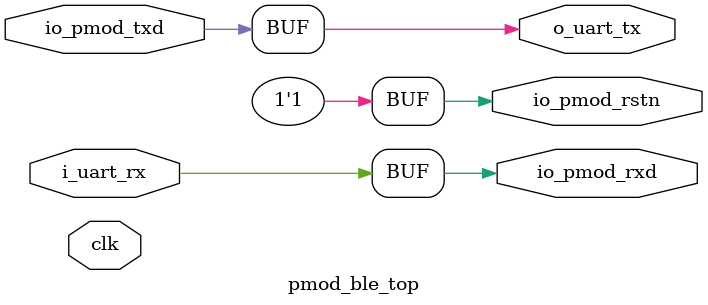
<source format=v>
/*
 * File: \ble_pmod_top.v
 * Project: c:\Users\Chuck\ECE540\fnlproj-team-tbc\rvfpga\src\SweRVolfSoC\Peripherals\custom
 * Created Date: Wednesday, February 24th 2021, 7:39:35 pm
 * Author: Chuck Faber
 * -----
 * Last Modified: Thu Feb 25 2021
 * Modified By: Chuck Faber
 * -----
 * Copyright (c) 2021 Portland State University
 * 
 * "Any time I had a problem, and I threw a Molotov cocktail…Boom, right away, I had a different problem."
 * - Jason Mendoza
 * -----
 * HISTORY:
 * Date      	By	Comments
 * ----------	---	----------------------------------------------------------
 */

module pmod_ble_top
(
    input clk,

    // UART Connections
    input i_uart_rx,        // UART RX Data from Computer
    output o_uart_tx,       // UART TX Data To Computer

    // PMOD Interface
    output io_pmod_rxd,     // Receive on RN4871 - FPGA drives this -- pin 2
    input io_pmod_txd,      // Transmit on RN4871 -- pin 3
    output io_pmod_rstn     // pin 8

);

    // Forward data from computer to the bluetooth transmitter
    assign o_uart_tx = io_pmod_txd;
    assign io_pmod_rxd = i_uart_rx;

    // Drive BT chip out of reset
    assign io_pmod_rstn = 1'b1;

endmodule
</source>
